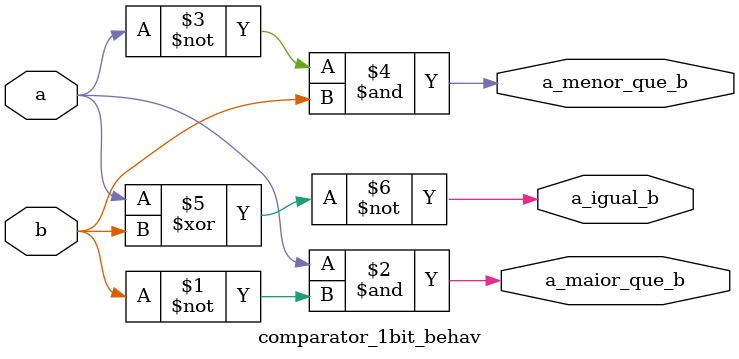
<source format=v>
module comparator_1bit_behav(
    input wire a,
    input wire b,
    output wire a_maior_que_b,
    output wire a_menor_que_b, 
    output wire a_igual_b  
);

    assign a_maior_que_b = (a & ~b);
    assign a_menor_que_b = (~a & b);
    assign a_igual_b = ~(a ^ b);

endmodule

</source>
